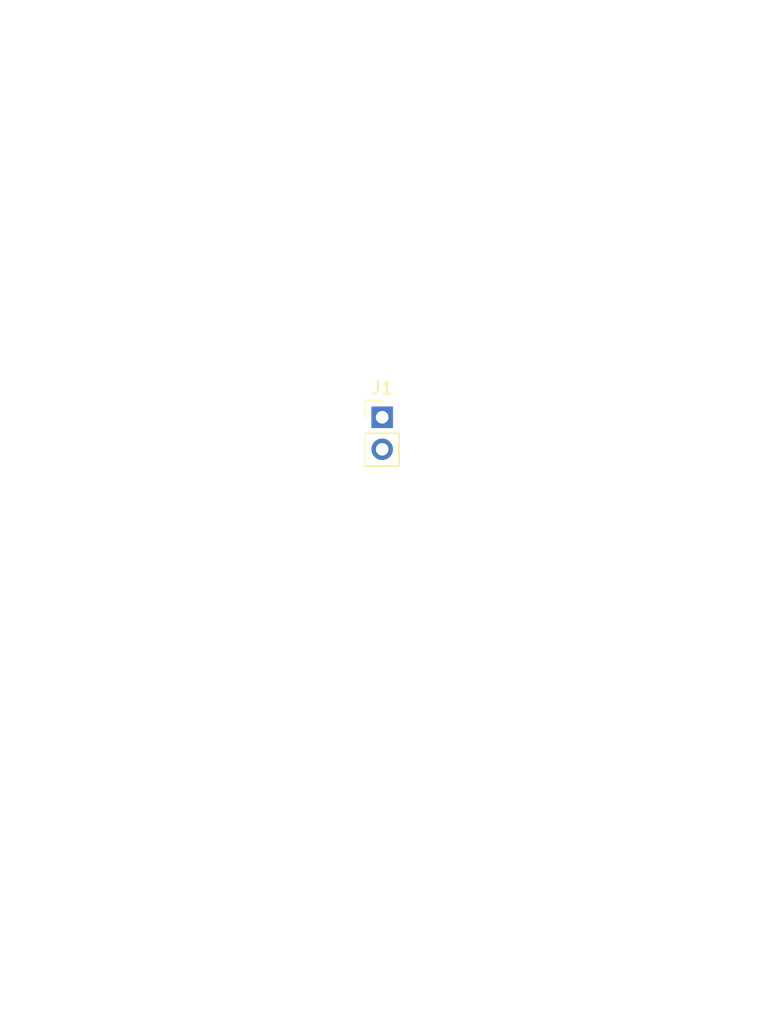
<source format=kicad_pcb>
(kicad_pcb (version 20171130) (host pcbnew "(5.0.2)-1")

  (general
    (thickness 1.6)
    (drawings 104)
    (tracks 0)
    (zones 0)
    (modules 1)
    (nets 3)
  )

  (page A4)
  (layers
    (0 F.Cu signal)
    (31 B.Cu signal)
    (32 B.Adhes user)
    (33 F.Adhes user)
    (34 B.Paste user)
    (35 F.Paste user)
    (36 B.SilkS user)
    (37 F.SilkS user)
    (38 B.Mask user)
    (39 F.Mask user)
    (40 Dwgs.User user)
    (41 Cmts.User user)
    (42 Eco1.User user)
    (43 Eco2.User user)
    (44 Edge.Cuts user)
    (45 Margin user)
    (46 B.CrtYd user)
    (47 F.CrtYd user)
    (48 B.Fab user)
    (49 F.Fab user)
  )

  (setup
    (last_trace_width 0.25)
    (trace_clearance 0.2)
    (zone_clearance 0.508)
    (zone_45_only no)
    (trace_min 0.2)
    (segment_width 0.2)
    (edge_width 0.15)
    (via_size 0.8)
    (via_drill 0.4)
    (via_min_size 0.4)
    (via_min_drill 0.3)
    (uvia_size 0.3)
    (uvia_drill 0.1)
    (uvias_allowed no)
    (uvia_min_size 0.2)
    (uvia_min_drill 0.1)
    (pcb_text_width 0.3)
    (pcb_text_size 1.5 1.5)
    (mod_edge_width 0.15)
    (mod_text_size 1 1)
    (mod_text_width 0.15)
    (pad_size 1.524 1.524)
    (pad_drill 0.762)
    (pad_to_mask_clearance 0.051)
    (solder_mask_min_width 0.25)
    (aux_axis_origin 0 0)
    (visible_elements 7FFFFFFF)
    (pcbplotparams
      (layerselection 0x010fc_ffffffff)
      (usegerberextensions false)
      (usegerberattributes false)
      (usegerberadvancedattributes false)
      (creategerberjobfile false)
      (excludeedgelayer true)
      (linewidth 0.100000)
      (plotframeref false)
      (viasonmask false)
      (mode 1)
      (useauxorigin false)
      (hpglpennumber 1)
      (hpglpenspeed 20)
      (hpglpendiameter 15.000000)
      (psnegative false)
      (psa4output false)
      (plotreference true)
      (plotvalue true)
      (plotinvisibletext false)
      (padsonsilk false)
      (subtractmaskfromsilk false)
      (outputformat 1)
      (mirror false)
      (drillshape 1)
      (scaleselection 1)
      (outputdirectory ""))
  )

  (net 0 "")
  (net 1 +10V)
  (net 2 Earth)

  (net_class Default "This is the default net class."
    (clearance 0.2)
    (trace_width 0.25)
    (via_dia 0.8)
    (via_drill 0.4)
    (uvia_dia 0.3)
    (uvia_drill 0.1)
    (add_net +10V)
    (add_net Earth)
  )

  (module Connector_PinHeader_2.54mm:PinHeader_1x02_P2.54mm_Vertical (layer F.Cu) (tedit 59FED5CC) (tstamp 5C3FD204)
    (at 110.49 74.93)
    (descr "Through hole straight pin header, 1x02, 2.54mm pitch, single row")
    (tags "Through hole pin header THT 1x02 2.54mm single row")
    (path /5C3EF7FB)
    (fp_text reference J1 (at 0 -2.33) (layer F.SilkS)
      (effects (font (size 1 1) (thickness 0.15)))
    )
    (fp_text value Barrel_Jack (at 0 4.87) (layer F.Fab)
      (effects (font (size 1 1) (thickness 0.15)))
    )
    (fp_line (start -0.635 -1.27) (end 1.27 -1.27) (layer F.Fab) (width 0.1))
    (fp_line (start 1.27 -1.27) (end 1.27 3.81) (layer F.Fab) (width 0.1))
    (fp_line (start 1.27 3.81) (end -1.27 3.81) (layer F.Fab) (width 0.1))
    (fp_line (start -1.27 3.81) (end -1.27 -0.635) (layer F.Fab) (width 0.1))
    (fp_line (start -1.27 -0.635) (end -0.635 -1.27) (layer F.Fab) (width 0.1))
    (fp_line (start -1.33 3.87) (end 1.33 3.87) (layer F.SilkS) (width 0.12))
    (fp_line (start -1.33 1.27) (end -1.33 3.87) (layer F.SilkS) (width 0.12))
    (fp_line (start 1.33 1.27) (end 1.33 3.87) (layer F.SilkS) (width 0.12))
    (fp_line (start -1.33 1.27) (end 1.33 1.27) (layer F.SilkS) (width 0.12))
    (fp_line (start -1.33 0) (end -1.33 -1.33) (layer F.SilkS) (width 0.12))
    (fp_line (start -1.33 -1.33) (end 0 -1.33) (layer F.SilkS) (width 0.12))
    (fp_line (start -1.8 -1.8) (end -1.8 4.35) (layer F.CrtYd) (width 0.05))
    (fp_line (start -1.8 4.35) (end 1.8 4.35) (layer F.CrtYd) (width 0.05))
    (fp_line (start 1.8 4.35) (end 1.8 -1.8) (layer F.CrtYd) (width 0.05))
    (fp_line (start 1.8 -1.8) (end -1.8 -1.8) (layer F.CrtYd) (width 0.05))
    (fp_text user %R (at 0 1.27 90) (layer F.Fab)
      (effects (font (size 1 1) (thickness 0.15)))
    )
    (pad 1 thru_hole rect (at 0 0) (size 1.7 1.7) (drill 1) (layers *.Cu *.Mask)
      (net 1 +10V))
    (pad 2 thru_hole oval (at 0 2.54) (size 1.7 1.7) (drill 1) (layers *.Cu *.Mask)
      (net 2 Earth))
    (model ${KISYS3DMOD}/Connector_PinHeader_2.54mm.3dshapes/PinHeader_1x02_P2.54mm_Vertical.wrl
      (at (xyz 0 0 0))
      (scale (xyz 1 1 1))
      (rotate (xyz 0 0 0))
    )
  )

  (gr_line (start 110.280001 81.919999) (end 110.280001 82.919999) (layer Dwgs.User) (width 0.152))
  (gr_line (start 109.780001 82.419999) (end 110.280001 81.919999) (layer Dwgs.User) (width 0.152))
  (gr_line (start 110.280001 81.919999) (end 110.780001 82.419999) (layer Dwgs.User) (width 0.152))
  (gr_line (start 109.780001 82.419999) (end 110.780001 82.419999) (layer Dwgs.User) (width 0.152))
  (gr_line (start 110.030001 82.919999) (end 109.864001 82.794999) (layer Dwgs.User) (width 0.152))
  (gr_line (start 110.780001 82.919999) (end 109.780001 82.919999) (layer Dwgs.User) (width 0.152))
  (gr_line (start 110.280001 81.919999) (end 110.780001 82.919999) (layer Dwgs.User) (width 0.152))
  (gr_line (start 109.780001 82.919999) (end 110.280001 81.919999) (layer Dwgs.User) (width 0.152))
  (gr_line (start 109.864001 82.794999) (end 109.780001 82.544999) (layer Dwgs.User) (width 0.152))
  (gr_line (start 110.530001 82.919999) (end 110.030001 82.919999) (layer Dwgs.User) (width 0.152))
  (gr_line (start 110.696001 82.794999) (end 110.530001 82.919999) (layer Dwgs.User) (width 0.152))
  (gr_line (start 110.780001 82.544999) (end 110.696001 82.794999) (layer Dwgs.User) (width 0.152))
  (gr_line (start 110.780001 82.294999) (end 110.780001 82.544999) (layer Dwgs.User) (width 0.152))
  (gr_line (start 110.696001 82.044999) (end 110.780001 82.294999) (layer Dwgs.User) (width 0.152))
  (gr_line (start 110.530001 81.919999) (end 110.696001 82.044999) (layer Dwgs.User) (width 0.152))
  (gr_line (start 110.030001 81.919999) (end 110.530001 81.919999) (layer Dwgs.User) (width 0.152))
  (gr_line (start 109.864001 82.044999) (end 110.030001 81.919999) (layer Dwgs.User) (width 0.152))
  (gr_line (start 109.780001 82.294999) (end 109.864001 82.044999) (layer Dwgs.User) (width 0.152))
  (gr_line (start 109.780001 82.544999) (end 109.780001 82.294999) (layer Dwgs.User) (width 0.152))
  (gr_line (start 110.072901 82.919999) (end 109.780001 82.627099) (layer Dwgs.User) (width 0.152))
  (gr_line (start 110.487101 82.919999) (end 110.072901 82.919999) (layer Dwgs.User) (width 0.152))
  (gr_line (start 110.780001 82.627099) (end 110.487101 82.919999) (layer Dwgs.User) (width 0.152))
  (gr_line (start 110.780001 82.212899) (end 110.780001 82.627099) (layer Dwgs.User) (width 0.152))
  (gr_line (start 110.487101 81.919999) (end 110.780001 82.212899) (layer Dwgs.User) (width 0.152))
  (gr_line (start 110.072901 81.919999) (end 110.487101 81.919999) (layer Dwgs.User) (width 0.152))
  (gr_line (start 109.780001 82.212899) (end 110.072901 81.919999) (layer Dwgs.User) (width 0.152))
  (gr_line (start 109.780001 82.627099) (end 109.780001 82.212899) (layer Dwgs.User) (width 0.152))
  (gr_line (start 110.030001 82.919999) (end 109.780001 82.419999) (layer Dwgs.User) (width 0.152))
  (gr_line (start 110.780001 82.419999) (end 110.530001 82.919999) (layer Dwgs.User) (width 0.152))
  (gr_line (start 110.530001 82.919999) (end 110.030001 82.919999) (layer Dwgs.User) (width 0.152))
  (gr_line (start 110.530001 81.919999) (end 110.780001 82.419999) (layer Dwgs.User) (width 0.152))
  (gr_line (start 110.030001 81.919999) (end 110.530001 81.919999) (layer Dwgs.User) (width 0.152))
  (gr_line (start 109.780001 82.419999) (end 110.030001 81.919999) (layer Dwgs.User) (width 0.152))
  (gr_line (start 110.780001 82.919999) (end 109.780001 82.919999) (layer Dwgs.User) (width 0.152))
  (gr_line (start 110.780001 81.919999) (end 110.780001 82.919999) (layer Dwgs.User) (width 0.152))
  (gr_line (start 109.780001 81.919999) (end 110.780001 81.919999) (layer Dwgs.User) (width 0.152))
  (gr_line (start 109.780001 82.919999) (end 109.780001 81.919999) (layer Dwgs.User) (width 0.152))
  (gr_circle (center 110.280001 82.419999) (end 110.780001 82.419999) (layer Dwgs.User) (width 0.152))
  (gr_arc (start 124.280001 55.419999) (end 122.780001 55.419999) (angle -180) (layer Dwgs.User) (width 0.152))
  (gr_arc (start 124.280001 55.419999) (end 125.780001 55.419999) (angle -180) (layer Dwgs.User) (width 0.152))
  (gr_arc (start 96.280001 55.419999) (end 94.780001 55.419999) (angle -180) (layer Dwgs.User) (width 0.152))
  (gr_arc (start 96.280001 55.419999) (end 97.780001 55.419999) (angle -180) (layer Dwgs.User) (width 0.152))
  (gr_arc (start 96.280001 109.419999) (end 94.780001 109.419999) (angle -180) (layer Dwgs.User) (width 0.152))
  (gr_arc (start 96.280001 109.419999) (end 97.780001 109.419999) (angle -180) (layer Dwgs.User) (width 0.152))
  (gr_arc (start 124.280001 109.419999) (end 125.780001 109.419999) (angle -180) (layer Dwgs.User) (width 0.152))
  (gr_arc (start 124.280001 109.419999) (end 122.780001 109.419999) (angle -180) (layer Dwgs.User) (width 0.152))
  (gr_arc (start 135.280001 61.919999) (end 130.280001 61.919999) (angle -180) (layer Dwgs.User) (width 0.152))
  (gr_arc (start 135.280001 61.919999) (end 140.280001 61.919999) (angle -180) (layer Dwgs.User) (width 0.152))
  (gr_arc (start 135.280001 102.919999) (end 130.280001 102.919999) (angle -180) (layer Dwgs.User) (width 0.152))
  (gr_arc (start 135.280001 102.919999) (end 140.280001 102.919999) (angle -180) (layer Dwgs.User) (width 0.152))
  (gr_arc (start 85.280001 61.919999) (end 80.280001 61.919999) (angle -180) (layer Dwgs.User) (width 0.152))
  (gr_arc (start 85.280001 61.919999) (end 90.280001 61.919999) (angle -180) (layer Dwgs.User) (width 0.152))
  (gr_arc (start 85.280001 102.919999) (end 80.280001 102.919999) (angle -180) (layer Dwgs.User) (width 0.152))
  (gr_arc (start 85.280001 102.919999) (end 90.280001 102.919999) (angle -180) (layer Dwgs.User) (width 0.152))
  (gr_arc (start 96.280001 55.419999) (end 96.280001 58.419999) (angle -180) (layer Dwgs.User) (width 0.152))
  (gr_arc (start 96.280001 55.419999) (end 96.280001 52.419999) (angle -180) (layer Dwgs.User) (width 0.152))
  (gr_arc (start 124.280001 55.419999) (end 124.280001 58.419999) (angle -180) (layer Dwgs.User) (width 0.152))
  (gr_arc (start 124.280001 55.419999) (end 124.280001 52.419999) (angle -180) (layer Dwgs.User) (width 0.152))
  (gr_arc (start 96.280001 109.419999) (end 96.280001 112.419999) (angle -180) (layer Dwgs.User) (width 0.152))
  (gr_arc (start 96.280001 109.419999) (end 96.280001 106.419999) (angle -180) (layer Dwgs.User) (width 0.152))
  (gr_arc (start 124.280001 109.419999) (end 124.280001 112.419999) (angle -180) (layer Dwgs.User) (width 0.152))
  (gr_arc (start 124.280001 109.419999) (end 124.280001 106.419999) (angle -180) (layer Dwgs.User) (width 0.152))
  (gr_arc (start 139.280002 42.919998) (end 140.280001 42.919999) (angle -90.00008561) (layer Dwgs.User) (width 0.152))
  (gr_arc (start 81.28 108.919998) (end 81.280001 107.919999) (angle -90.00008561) (layer Dwgs.User) (width 0.152))
  (gr_line (start 89.280001 107.919999) (end 81.280001 107.919999) (layer Dwgs.User) (width 0.152))
  (gr_line (start 80.280001 108.919999) (end 80.280001 121.919999) (layer Dwgs.User) (width 0.152))
  (gr_arc (start 89.280002 106.92) (end 89.280001 107.919999) (angle -90.00008561) (layer Dwgs.User) (width 0.152))
  (gr_line (start 90.280001 98.919999) (end 90.280001 106.919999) (layer Dwgs.User) (width 0.152))
  (gr_arc (start 89.280002 98.919998) (end 90.280001 98.919999) (angle -90.00008561) (layer Dwgs.User) (width 0.152))
  (gr_line (start 81.280001 97.919999) (end 89.280001 97.919999) (layer Dwgs.User) (width 0.152))
  (gr_arc (start 81.28 96.92) (end 80.280001 96.919999) (angle -90.00008561) (layer Dwgs.User) (width 0.152))
  (gr_line (start 80.280001 67.919999) (end 80.280001 96.919999) (layer Dwgs.User) (width 0.152))
  (gr_arc (start 81.28 67.919998) (end 81.280001 66.919999) (angle -90.00008561) (layer Dwgs.User) (width 0.152))
  (gr_arc (start 89.280002 65.92) (end 89.280001 66.919999) (angle -90.00008561) (layer Dwgs.User) (width 0.152))
  (gr_line (start 89.280001 66.919999) (end 81.280001 66.919999) (layer Dwgs.User) (width 0.152))
  (gr_line (start 90.280001 57.919999) (end 90.280001 65.919999) (layer Dwgs.User) (width 0.152))
  (gr_arc (start 89.280002 57.919998) (end 90.280001 57.919999) (angle -90.00008561) (layer Dwgs.User) (width 0.152))
  (gr_line (start 81.280001 56.919999) (end 89.280001 56.919999) (layer Dwgs.User) (width 0.152))
  (gr_arc (start 81.28 55.92) (end 80.280001 55.919999) (angle -90.00008561) (layer Dwgs.User) (width 0.152))
  (gr_line (start 80.280001 42.919999) (end 80.280001 55.919999) (layer Dwgs.User) (width 0.152))
  (gr_arc (start 81.28 42.919998) (end 81.280001 41.919999) (angle -90.00008561) (layer Dwgs.User) (width 0.152))
  (gr_line (start 139.280001 41.919999) (end 81.280001 41.919999) (layer Dwgs.User) (width 0.152))
  (gr_line (start 110.280001 82.919999) (end 109.780001 82.419999) (layer Dwgs.User) (width 0.152))
  (gr_line (start 110.780001 82.419999) (end 110.280001 82.919999) (layer Dwgs.User) (width 0.152))
  (gr_line (start 140.280001 55.919999) (end 140.280001 42.919999) (layer Dwgs.User) (width 0.152))
  (gr_arc (start 139.280002 55.92) (end 139.280001 56.919999) (angle -90.00008561) (layer Dwgs.User) (width 0.152))
  (gr_line (start 131.280001 56.919999) (end 139.280001 56.919999) (layer Dwgs.User) (width 0.152))
  (gr_arc (start 131.28 57.919998) (end 131.280001 56.919999) (angle -90.00008561) (layer Dwgs.User) (width 0.152))
  (gr_line (start 130.280001 65.919999) (end 130.280001 57.919999) (layer Dwgs.User) (width 0.152))
  (gr_arc (start 131.28 65.92) (end 130.280001 65.919999) (angle -90.00008561) (layer Dwgs.User) (width 0.152))
  (gr_line (start 139.280001 66.919999) (end 131.280001 66.919999) (layer Dwgs.User) (width 0.152))
  (gr_arc (start 139.280002 67.919998) (end 140.280001 67.919999) (angle -90.00008561) (layer Dwgs.User) (width 0.152))
  (gr_line (start 140.280001 96.919999) (end 140.280001 67.919999) (layer Dwgs.User) (width 0.152))
  (gr_arc (start 139.280002 96.92) (end 139.280001 97.919999) (angle -90.00008561) (layer Dwgs.User) (width 0.152))
  (gr_line (start 131.280001 97.919999) (end 139.280001 97.919999) (layer Dwgs.User) (width 0.152))
  (gr_line (start 130.280001 106.919999) (end 130.280001 98.919999) (layer Dwgs.User) (width 0.152))
  (gr_arc (start 131.28 106.92) (end 130.280001 106.919999) (angle -90.00008561) (layer Dwgs.User) (width 0.152))
  (gr_line (start 139.280001 107.919999) (end 131.280001 107.919999) (layer Dwgs.User) (width 0.152))
  (gr_arc (start 139.280002 108.919998) (end 140.280001 108.919999) (angle -90.00008561) (layer Dwgs.User) (width 0.152))
  (gr_arc (start 131.28 98.919998) (end 131.280001 97.919999) (angle -90.00008561) (layer Dwgs.User) (width 0.152))
  (gr_line (start 140.280001 121.919999) (end 140.280001 108.919999) (layer Dwgs.User) (width 0.152))
  (gr_arc (start 139.280002 121.92) (end 139.280001 122.919999) (angle -90.00008561) (layer Dwgs.User) (width 0.152))
  (gr_line (start 81.280001 122.919999) (end 139.280001 122.919999) (layer Dwgs.User) (width 0.152))
  (gr_arc (start 81.28 121.92) (end 80.280001 121.919999) (angle -90.00008561) (layer Dwgs.User) (width 0.152))

)

</source>
